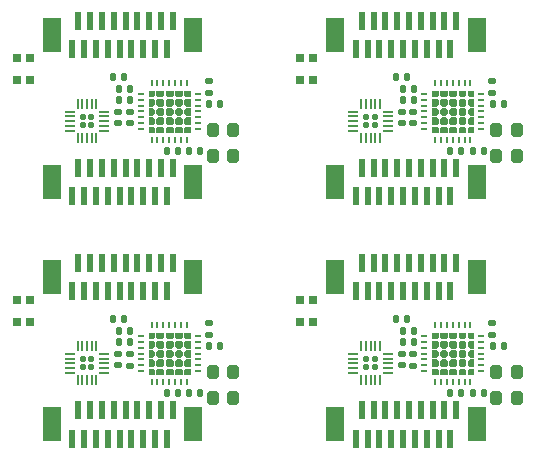
<source format=gbr>
%TF.GenerationSoftware,KiCad,Pcbnew,7.0.2-6a45011f42~172~ubuntu22.04.1*%
%TF.CreationDate,2023-05-19T13:44:39+01:00*%
%TF.ProjectId,panel,70616e65-6c2e-46b6-9963-61645f706362,rev?*%
%TF.SameCoordinates,Original*%
%TF.FileFunction,Paste,Top*%
%TF.FilePolarity,Positive*%
%FSLAX46Y46*%
G04 Gerber Fmt 4.6, Leading zero omitted, Abs format (unit mm)*
G04 Created by KiCad (PCBNEW 7.0.2-6a45011f42~172~ubuntu22.04.1) date 2023-05-19 13:44:39*
%MOMM*%
%LPD*%
G01*
G04 APERTURE LIST*
G04 Aperture macros list*
%AMRoundRect*
0 Rectangle with rounded corners*
0 $1 Rounding radius*
0 $2 $3 $4 $5 $6 $7 $8 $9 X,Y pos of 4 corners*
0 Add a 4 corners polygon primitive as box body*
4,1,4,$2,$3,$4,$5,$6,$7,$8,$9,$2,$3,0*
0 Add four circle primitives for the rounded corners*
1,1,$1+$1,$2,$3*
1,1,$1+$1,$4,$5*
1,1,$1+$1,$6,$7*
1,1,$1+$1,$8,$9*
0 Add four rect primitives between the rounded corners*
20,1,$1+$1,$2,$3,$4,$5,0*
20,1,$1+$1,$4,$5,$6,$7,0*
20,1,$1+$1,$6,$7,$8,$9,0*
20,1,$1+$1,$8,$9,$2,$3,0*%
G04 Aperture macros list end*
%ADD10C,0.100000*%
%ADD11RoundRect,0.140000X0.170000X-0.140000X0.170000X0.140000X-0.170000X0.140000X-0.170000X-0.140000X0*%
%ADD12RoundRect,0.140000X0.140000X0.170000X-0.140000X0.170000X-0.140000X-0.170000X0.140000X-0.170000X0*%
%ADD13RoundRect,0.140000X-0.140000X-0.170000X0.140000X-0.170000X0.140000X0.170000X-0.140000X0.170000X0*%
%ADD14RoundRect,0.140000X-0.170000X0.140000X-0.170000X-0.140000X0.170000X-0.140000X0.170000X0.140000X0*%
%ADD15R,0.500000X1.600000*%
%ADD16R,1.500000X2.900000*%
%ADD17R,0.250000X0.600000*%
%ADD18R,0.600000X0.250000*%
%ADD19RoundRect,0.237500X0.237500X0.362500X-0.237500X0.362500X-0.237500X-0.362500X0.237500X-0.362500X0*%
%ADD20RoundRect,0.237500X-0.237500X0.362500X-0.237500X-0.362500X0.237500X-0.362500X0.237500X0.362500X0*%
%ADD21R,0.700000X0.700000*%
%ADD22RoundRect,0.125000X0.125000X0.125000X-0.125000X0.125000X-0.125000X-0.125000X0.125000X-0.125000X0*%
%ADD23RoundRect,0.050000X0.375000X0.050000X-0.375000X0.050000X-0.375000X-0.050000X0.375000X-0.050000X0*%
%ADD24RoundRect,0.050000X0.050000X0.375000X-0.050000X0.375000X-0.050000X-0.375000X0.050000X-0.375000X0*%
G04 APERTURE END LIST*
%TO.C,U1*%
D10*
X23675071Y-39218901D02*
X23372522Y-39218901D01*
X23231101Y-39077480D01*
X23231101Y-38774931D01*
X23675071Y-38774931D01*
X23675071Y-39218901D01*
G36*
X23675071Y-39218901D02*
G01*
X23372522Y-39218901D01*
X23231101Y-39077480D01*
X23231101Y-38774931D01*
X23675071Y-38774931D01*
X23675071Y-39218901D01*
G37*
X20668901Y-39077480D02*
X20527480Y-39218901D01*
X20224931Y-39218901D01*
X20224931Y-38774931D01*
X20668901Y-38774931D01*
X20668901Y-39077480D01*
G36*
X20668901Y-39077480D02*
G01*
X20527480Y-39218901D01*
X20224931Y-39218901D01*
X20224931Y-38774931D01*
X20668901Y-38774931D01*
X20668901Y-39077480D01*
G37*
X23675071Y-42225071D02*
X23231101Y-42225071D01*
X23231101Y-41922522D01*
X23372522Y-41781101D01*
X23675071Y-41781101D01*
X23675071Y-42225071D01*
G36*
X23675071Y-42225071D02*
G01*
X23231101Y-42225071D01*
X23231101Y-41922522D01*
X23372522Y-41781101D01*
X23675071Y-41781101D01*
X23675071Y-42225071D01*
G37*
X20668901Y-41922522D02*
X20668901Y-42225071D01*
X20224931Y-42225071D01*
X20224931Y-41781101D01*
X20527480Y-41781101D01*
X20668901Y-41922522D01*
G36*
X20668901Y-41922522D02*
G01*
X20668901Y-42225071D01*
X20224931Y-42225071D01*
X20224931Y-41781101D01*
X20527480Y-41781101D01*
X20668901Y-41922522D01*
G37*
X23031101Y-39077480D02*
X22889680Y-39218901D01*
X22585122Y-39218901D01*
X22443701Y-39077480D01*
X22443701Y-38774931D01*
X23031101Y-38774931D01*
X23031101Y-39077480D01*
G36*
X23031101Y-39077480D02*
G01*
X22889680Y-39218901D01*
X22585122Y-39218901D01*
X22443701Y-39077480D01*
X22443701Y-38774931D01*
X23031101Y-38774931D01*
X23031101Y-39077480D01*
G37*
X22243701Y-39077480D02*
X22102280Y-39218901D01*
X21797722Y-39218901D01*
X21656301Y-39077480D01*
X21656301Y-38774931D01*
X22243701Y-38774931D01*
X22243701Y-39077480D01*
G36*
X22243701Y-39077480D02*
G01*
X22102280Y-39218901D01*
X21797722Y-39218901D01*
X21656301Y-39077480D01*
X21656301Y-38774931D01*
X22243701Y-38774931D01*
X22243701Y-39077480D01*
G37*
X21456301Y-39077480D02*
X21314880Y-39218901D01*
X21010322Y-39218901D01*
X20868901Y-39077480D01*
X20868901Y-38774931D01*
X21456301Y-38774931D01*
X21456301Y-39077480D01*
G36*
X21456301Y-39077480D02*
G01*
X21314880Y-39218901D01*
X21010322Y-39218901D01*
X20868901Y-39077480D01*
X20868901Y-38774931D01*
X21456301Y-38774931D01*
X21456301Y-39077480D01*
G37*
X23675071Y-40006301D02*
X23372522Y-40006301D01*
X23231101Y-39864880D01*
X23231101Y-39560322D01*
X23372522Y-39418901D01*
X23675071Y-39418901D01*
X23675071Y-40006301D01*
G36*
X23675071Y-40006301D02*
G01*
X23372522Y-40006301D01*
X23231101Y-39864880D01*
X23231101Y-39560322D01*
X23372522Y-39418901D01*
X23675071Y-39418901D01*
X23675071Y-40006301D01*
G37*
X20668901Y-39560322D02*
X20668901Y-39864880D01*
X20527480Y-40006301D01*
X20224931Y-40006301D01*
X20224931Y-39418901D01*
X20527480Y-39418901D01*
X20668901Y-39560322D01*
G36*
X20668901Y-39560322D02*
G01*
X20668901Y-39864880D01*
X20527480Y-40006301D01*
X20224931Y-40006301D01*
X20224931Y-39418901D01*
X20527480Y-39418901D01*
X20668901Y-39560322D01*
G37*
X23675071Y-40793701D02*
X23372522Y-40793701D01*
X23231101Y-40652280D01*
X23231101Y-40347722D01*
X23372522Y-40206301D01*
X23675071Y-40206301D01*
X23675071Y-40793701D01*
G36*
X23675071Y-40793701D02*
G01*
X23372522Y-40793701D01*
X23231101Y-40652280D01*
X23231101Y-40347722D01*
X23372522Y-40206301D01*
X23675071Y-40206301D01*
X23675071Y-40793701D01*
G37*
X20668901Y-40347722D02*
X20668901Y-40652280D01*
X20527480Y-40793701D01*
X20224931Y-40793701D01*
X20224931Y-40206301D01*
X20527480Y-40206301D01*
X20668901Y-40347722D01*
G36*
X20668901Y-40347722D02*
G01*
X20668901Y-40652280D01*
X20527480Y-40793701D01*
X20224931Y-40793701D01*
X20224931Y-40206301D01*
X20527480Y-40206301D01*
X20668901Y-40347722D01*
G37*
X23675071Y-41581101D02*
X23372522Y-41581101D01*
X23231101Y-41439680D01*
X23231101Y-41135122D01*
X23372522Y-40993701D01*
X23675071Y-40993701D01*
X23675071Y-41581101D01*
G36*
X23675071Y-41581101D02*
G01*
X23372522Y-41581101D01*
X23231101Y-41439680D01*
X23231101Y-41135122D01*
X23372522Y-40993701D01*
X23675071Y-40993701D01*
X23675071Y-41581101D01*
G37*
X20668901Y-41135122D02*
X20668901Y-41439680D01*
X20527480Y-41581101D01*
X20224931Y-41581101D01*
X20224931Y-40993701D01*
X20527480Y-40993701D01*
X20668901Y-41135122D01*
G36*
X20668901Y-41135122D02*
G01*
X20668901Y-41439680D01*
X20527480Y-41581101D01*
X20224931Y-41581101D01*
X20224931Y-40993701D01*
X20527480Y-40993701D01*
X20668901Y-41135122D01*
G37*
X23031101Y-41922522D02*
X23031101Y-42225071D01*
X22443701Y-42225071D01*
X22443701Y-41922522D01*
X22585122Y-41781101D01*
X22889680Y-41781101D01*
X23031101Y-41922522D01*
G36*
X23031101Y-41922522D02*
G01*
X23031101Y-42225071D01*
X22443701Y-42225071D01*
X22443701Y-41922522D01*
X22585122Y-41781101D01*
X22889680Y-41781101D01*
X23031101Y-41922522D01*
G37*
X22243701Y-41922522D02*
X22243701Y-42225071D01*
X21656301Y-42225071D01*
X21656301Y-41922522D01*
X21797722Y-41781101D01*
X22102280Y-41781101D01*
X22243701Y-41922522D01*
G36*
X22243701Y-41922522D02*
G01*
X22243701Y-42225071D01*
X21656301Y-42225071D01*
X21656301Y-41922522D01*
X21797722Y-41781101D01*
X22102280Y-41781101D01*
X22243701Y-41922522D01*
G37*
X21456301Y-41922522D02*
X21456301Y-42225071D01*
X20868901Y-42225071D01*
X20868901Y-41922522D01*
X21010322Y-41781101D01*
X21314880Y-41781101D01*
X21456301Y-41922522D01*
G36*
X21456301Y-41922522D02*
G01*
X21456301Y-42225071D01*
X20868901Y-42225071D01*
X20868901Y-41922522D01*
X21010322Y-41781101D01*
X21314880Y-41781101D01*
X21456301Y-41922522D01*
G37*
X23031101Y-39560322D02*
X23031101Y-39864880D01*
X22889680Y-40006301D01*
X22585122Y-40006301D01*
X22443701Y-39864880D01*
X22443701Y-39560322D01*
X22585122Y-39418901D01*
X22889680Y-39418901D01*
X23031101Y-39560322D01*
G36*
X23031101Y-39560322D02*
G01*
X23031101Y-39864880D01*
X22889680Y-40006301D01*
X22585122Y-40006301D01*
X22443701Y-39864880D01*
X22443701Y-39560322D01*
X22585122Y-39418901D01*
X22889680Y-39418901D01*
X23031101Y-39560322D01*
G37*
X22243701Y-39560322D02*
X22243701Y-39864880D01*
X22102280Y-40006301D01*
X21797722Y-40006301D01*
X21656301Y-39864880D01*
X21656301Y-39560322D01*
X21797722Y-39418901D01*
X22102280Y-39418901D01*
X22243701Y-39560322D01*
G36*
X22243701Y-39560322D02*
G01*
X22243701Y-39864880D01*
X22102280Y-40006301D01*
X21797722Y-40006301D01*
X21656301Y-39864880D01*
X21656301Y-39560322D01*
X21797722Y-39418901D01*
X22102280Y-39418901D01*
X22243701Y-39560322D01*
G37*
X21456301Y-39560322D02*
X21456301Y-39864880D01*
X21314880Y-40006301D01*
X21010322Y-40006301D01*
X20868901Y-39864880D01*
X20868901Y-39560322D01*
X21010322Y-39418901D01*
X21314880Y-39418901D01*
X21456301Y-39560322D01*
G36*
X21456301Y-39560322D02*
G01*
X21456301Y-39864880D01*
X21314880Y-40006301D01*
X21010322Y-40006301D01*
X20868901Y-39864880D01*
X20868901Y-39560322D01*
X21010322Y-39418901D01*
X21314880Y-39418901D01*
X21456301Y-39560322D01*
G37*
X23031101Y-40347722D02*
X23031101Y-40652280D01*
X22889680Y-40793701D01*
X22585122Y-40793701D01*
X22443701Y-40652280D01*
X22443701Y-40347722D01*
X22585122Y-40206301D01*
X22889680Y-40206301D01*
X23031101Y-40347722D01*
G36*
X23031101Y-40347722D02*
G01*
X23031101Y-40652280D01*
X22889680Y-40793701D01*
X22585122Y-40793701D01*
X22443701Y-40652280D01*
X22443701Y-40347722D01*
X22585122Y-40206301D01*
X22889680Y-40206301D01*
X23031101Y-40347722D01*
G37*
X22243701Y-40347722D02*
X22243701Y-40652280D01*
X22102280Y-40793701D01*
X21797722Y-40793701D01*
X21656301Y-40652280D01*
X21656301Y-40347722D01*
X21797722Y-40206301D01*
X22102280Y-40206301D01*
X22243701Y-40347722D01*
G36*
X22243701Y-40347722D02*
G01*
X22243701Y-40652280D01*
X22102280Y-40793701D01*
X21797722Y-40793701D01*
X21656301Y-40652280D01*
X21656301Y-40347722D01*
X21797722Y-40206301D01*
X22102280Y-40206301D01*
X22243701Y-40347722D01*
G37*
X21456301Y-40347722D02*
X21456301Y-40652280D01*
X21314880Y-40793701D01*
X21010322Y-40793701D01*
X20868901Y-40652280D01*
X20868901Y-40347722D01*
X21010322Y-40206301D01*
X21314880Y-40206301D01*
X21456301Y-40347722D01*
G36*
X21456301Y-40347722D02*
G01*
X21456301Y-40652280D01*
X21314880Y-40793701D01*
X21010322Y-40793701D01*
X20868901Y-40652280D01*
X20868901Y-40347722D01*
X21010322Y-40206301D01*
X21314880Y-40206301D01*
X21456301Y-40347722D01*
G37*
X23031101Y-41135122D02*
X23031101Y-41439680D01*
X22889680Y-41581101D01*
X22585122Y-41581101D01*
X22443701Y-41439680D01*
X22443701Y-41135122D01*
X22585122Y-40993701D01*
X22889680Y-40993701D01*
X23031101Y-41135122D01*
G36*
X23031101Y-41135122D02*
G01*
X23031101Y-41439680D01*
X22889680Y-41581101D01*
X22585122Y-41581101D01*
X22443701Y-41439680D01*
X22443701Y-41135122D01*
X22585122Y-40993701D01*
X22889680Y-40993701D01*
X23031101Y-41135122D01*
G37*
X22243701Y-41135122D02*
X22243701Y-41439680D01*
X22102280Y-41581101D01*
X21797722Y-41581101D01*
X21656301Y-41439680D01*
X21656301Y-41135122D01*
X21797722Y-40993701D01*
X22102280Y-40993701D01*
X22243701Y-41135122D01*
G36*
X22243701Y-41135122D02*
G01*
X22243701Y-41439680D01*
X22102280Y-41581101D01*
X21797722Y-41581101D01*
X21656301Y-41439680D01*
X21656301Y-41135122D01*
X21797722Y-40993701D01*
X22102280Y-40993701D01*
X22243701Y-41135122D01*
G37*
X21456301Y-41135122D02*
X21456301Y-41439680D01*
X21314880Y-41581101D01*
X21010322Y-41581101D01*
X20868901Y-41439680D01*
X20868901Y-41135122D01*
X21010322Y-40993701D01*
X21314880Y-40993701D01*
X21456301Y-41135122D01*
G36*
X21456301Y-41135122D02*
G01*
X21456301Y-41439680D01*
X21314880Y-41581101D01*
X21010322Y-41581101D01*
X20868901Y-41439680D01*
X20868901Y-41135122D01*
X21010322Y-40993701D01*
X21314880Y-40993701D01*
X21456301Y-41135122D01*
G37*
X47675072Y-39218901D02*
X47372523Y-39218901D01*
X47231102Y-39077480D01*
X47231102Y-38774931D01*
X47675072Y-38774931D01*
X47675072Y-39218901D01*
G36*
X47675072Y-39218901D02*
G01*
X47372523Y-39218901D01*
X47231102Y-39077480D01*
X47231102Y-38774931D01*
X47675072Y-38774931D01*
X47675072Y-39218901D01*
G37*
X44668902Y-39077480D02*
X44527481Y-39218901D01*
X44224932Y-39218901D01*
X44224932Y-38774931D01*
X44668902Y-38774931D01*
X44668902Y-39077480D01*
G36*
X44668902Y-39077480D02*
G01*
X44527481Y-39218901D01*
X44224932Y-39218901D01*
X44224932Y-38774931D01*
X44668902Y-38774931D01*
X44668902Y-39077480D01*
G37*
X47675072Y-42225071D02*
X47231102Y-42225071D01*
X47231102Y-41922522D01*
X47372523Y-41781101D01*
X47675072Y-41781101D01*
X47675072Y-42225071D01*
G36*
X47675072Y-42225071D02*
G01*
X47231102Y-42225071D01*
X47231102Y-41922522D01*
X47372523Y-41781101D01*
X47675072Y-41781101D01*
X47675072Y-42225071D01*
G37*
X44668902Y-41922522D02*
X44668902Y-42225071D01*
X44224932Y-42225071D01*
X44224932Y-41781101D01*
X44527481Y-41781101D01*
X44668902Y-41922522D01*
G36*
X44668902Y-41922522D02*
G01*
X44668902Y-42225071D01*
X44224932Y-42225071D01*
X44224932Y-41781101D01*
X44527481Y-41781101D01*
X44668902Y-41922522D01*
G37*
X47031102Y-39077480D02*
X46889681Y-39218901D01*
X46585123Y-39218901D01*
X46443702Y-39077480D01*
X46443702Y-38774931D01*
X47031102Y-38774931D01*
X47031102Y-39077480D01*
G36*
X47031102Y-39077480D02*
G01*
X46889681Y-39218901D01*
X46585123Y-39218901D01*
X46443702Y-39077480D01*
X46443702Y-38774931D01*
X47031102Y-38774931D01*
X47031102Y-39077480D01*
G37*
X46243702Y-39077480D02*
X46102281Y-39218901D01*
X45797723Y-39218901D01*
X45656302Y-39077480D01*
X45656302Y-38774931D01*
X46243702Y-38774931D01*
X46243702Y-39077480D01*
G36*
X46243702Y-39077480D02*
G01*
X46102281Y-39218901D01*
X45797723Y-39218901D01*
X45656302Y-39077480D01*
X45656302Y-38774931D01*
X46243702Y-38774931D01*
X46243702Y-39077480D01*
G37*
X45456302Y-39077480D02*
X45314881Y-39218901D01*
X45010323Y-39218901D01*
X44868902Y-39077480D01*
X44868902Y-38774931D01*
X45456302Y-38774931D01*
X45456302Y-39077480D01*
G36*
X45456302Y-39077480D02*
G01*
X45314881Y-39218901D01*
X45010323Y-39218901D01*
X44868902Y-39077480D01*
X44868902Y-38774931D01*
X45456302Y-38774931D01*
X45456302Y-39077480D01*
G37*
X47675072Y-40006301D02*
X47372523Y-40006301D01*
X47231102Y-39864880D01*
X47231102Y-39560322D01*
X47372523Y-39418901D01*
X47675072Y-39418901D01*
X47675072Y-40006301D01*
G36*
X47675072Y-40006301D02*
G01*
X47372523Y-40006301D01*
X47231102Y-39864880D01*
X47231102Y-39560322D01*
X47372523Y-39418901D01*
X47675072Y-39418901D01*
X47675072Y-40006301D01*
G37*
X44668902Y-39560322D02*
X44668902Y-39864880D01*
X44527481Y-40006301D01*
X44224932Y-40006301D01*
X44224932Y-39418901D01*
X44527481Y-39418901D01*
X44668902Y-39560322D01*
G36*
X44668902Y-39560322D02*
G01*
X44668902Y-39864880D01*
X44527481Y-40006301D01*
X44224932Y-40006301D01*
X44224932Y-39418901D01*
X44527481Y-39418901D01*
X44668902Y-39560322D01*
G37*
X47675072Y-40793701D02*
X47372523Y-40793701D01*
X47231102Y-40652280D01*
X47231102Y-40347722D01*
X47372523Y-40206301D01*
X47675072Y-40206301D01*
X47675072Y-40793701D01*
G36*
X47675072Y-40793701D02*
G01*
X47372523Y-40793701D01*
X47231102Y-40652280D01*
X47231102Y-40347722D01*
X47372523Y-40206301D01*
X47675072Y-40206301D01*
X47675072Y-40793701D01*
G37*
X44668902Y-40347722D02*
X44668902Y-40652280D01*
X44527481Y-40793701D01*
X44224932Y-40793701D01*
X44224932Y-40206301D01*
X44527481Y-40206301D01*
X44668902Y-40347722D01*
G36*
X44668902Y-40347722D02*
G01*
X44668902Y-40652280D01*
X44527481Y-40793701D01*
X44224932Y-40793701D01*
X44224932Y-40206301D01*
X44527481Y-40206301D01*
X44668902Y-40347722D01*
G37*
X47675072Y-41581101D02*
X47372523Y-41581101D01*
X47231102Y-41439680D01*
X47231102Y-41135122D01*
X47372523Y-40993701D01*
X47675072Y-40993701D01*
X47675072Y-41581101D01*
G36*
X47675072Y-41581101D02*
G01*
X47372523Y-41581101D01*
X47231102Y-41439680D01*
X47231102Y-41135122D01*
X47372523Y-40993701D01*
X47675072Y-40993701D01*
X47675072Y-41581101D01*
G37*
X44668902Y-41135122D02*
X44668902Y-41439680D01*
X44527481Y-41581101D01*
X44224932Y-41581101D01*
X44224932Y-40993701D01*
X44527481Y-40993701D01*
X44668902Y-41135122D01*
G36*
X44668902Y-41135122D02*
G01*
X44668902Y-41439680D01*
X44527481Y-41581101D01*
X44224932Y-41581101D01*
X44224932Y-40993701D01*
X44527481Y-40993701D01*
X44668902Y-41135122D01*
G37*
X47031102Y-41922522D02*
X47031102Y-42225071D01*
X46443702Y-42225071D01*
X46443702Y-41922522D01*
X46585123Y-41781101D01*
X46889681Y-41781101D01*
X47031102Y-41922522D01*
G36*
X47031102Y-41922522D02*
G01*
X47031102Y-42225071D01*
X46443702Y-42225071D01*
X46443702Y-41922522D01*
X46585123Y-41781101D01*
X46889681Y-41781101D01*
X47031102Y-41922522D01*
G37*
X46243702Y-41922522D02*
X46243702Y-42225071D01*
X45656302Y-42225071D01*
X45656302Y-41922522D01*
X45797723Y-41781101D01*
X46102281Y-41781101D01*
X46243702Y-41922522D01*
G36*
X46243702Y-41922522D02*
G01*
X46243702Y-42225071D01*
X45656302Y-42225071D01*
X45656302Y-41922522D01*
X45797723Y-41781101D01*
X46102281Y-41781101D01*
X46243702Y-41922522D01*
G37*
X45456302Y-41922522D02*
X45456302Y-42225071D01*
X44868902Y-42225071D01*
X44868902Y-41922522D01*
X45010323Y-41781101D01*
X45314881Y-41781101D01*
X45456302Y-41922522D01*
G36*
X45456302Y-41922522D02*
G01*
X45456302Y-42225071D01*
X44868902Y-42225071D01*
X44868902Y-41922522D01*
X45010323Y-41781101D01*
X45314881Y-41781101D01*
X45456302Y-41922522D01*
G37*
X47031102Y-39560322D02*
X47031102Y-39864880D01*
X46889681Y-40006301D01*
X46585123Y-40006301D01*
X46443702Y-39864880D01*
X46443702Y-39560322D01*
X46585123Y-39418901D01*
X46889681Y-39418901D01*
X47031102Y-39560322D01*
G36*
X47031102Y-39560322D02*
G01*
X47031102Y-39864880D01*
X46889681Y-40006301D01*
X46585123Y-40006301D01*
X46443702Y-39864880D01*
X46443702Y-39560322D01*
X46585123Y-39418901D01*
X46889681Y-39418901D01*
X47031102Y-39560322D01*
G37*
X46243702Y-39560322D02*
X46243702Y-39864880D01*
X46102281Y-40006301D01*
X45797723Y-40006301D01*
X45656302Y-39864880D01*
X45656302Y-39560322D01*
X45797723Y-39418901D01*
X46102281Y-39418901D01*
X46243702Y-39560322D01*
G36*
X46243702Y-39560322D02*
G01*
X46243702Y-39864880D01*
X46102281Y-40006301D01*
X45797723Y-40006301D01*
X45656302Y-39864880D01*
X45656302Y-39560322D01*
X45797723Y-39418901D01*
X46102281Y-39418901D01*
X46243702Y-39560322D01*
G37*
X45456302Y-39560322D02*
X45456302Y-39864880D01*
X45314881Y-40006301D01*
X45010323Y-40006301D01*
X44868902Y-39864880D01*
X44868902Y-39560322D01*
X45010323Y-39418901D01*
X45314881Y-39418901D01*
X45456302Y-39560322D01*
G36*
X45456302Y-39560322D02*
G01*
X45456302Y-39864880D01*
X45314881Y-40006301D01*
X45010323Y-40006301D01*
X44868902Y-39864880D01*
X44868902Y-39560322D01*
X45010323Y-39418901D01*
X45314881Y-39418901D01*
X45456302Y-39560322D01*
G37*
X47031102Y-40347722D02*
X47031102Y-40652280D01*
X46889681Y-40793701D01*
X46585123Y-40793701D01*
X46443702Y-40652280D01*
X46443702Y-40347722D01*
X46585123Y-40206301D01*
X46889681Y-40206301D01*
X47031102Y-40347722D01*
G36*
X47031102Y-40347722D02*
G01*
X47031102Y-40652280D01*
X46889681Y-40793701D01*
X46585123Y-40793701D01*
X46443702Y-40652280D01*
X46443702Y-40347722D01*
X46585123Y-40206301D01*
X46889681Y-40206301D01*
X47031102Y-40347722D01*
G37*
X46243702Y-40347722D02*
X46243702Y-40652280D01*
X46102281Y-40793701D01*
X45797723Y-40793701D01*
X45656302Y-40652280D01*
X45656302Y-40347722D01*
X45797723Y-40206301D01*
X46102281Y-40206301D01*
X46243702Y-40347722D01*
G36*
X46243702Y-40347722D02*
G01*
X46243702Y-40652280D01*
X46102281Y-40793701D01*
X45797723Y-40793701D01*
X45656302Y-40652280D01*
X45656302Y-40347722D01*
X45797723Y-40206301D01*
X46102281Y-40206301D01*
X46243702Y-40347722D01*
G37*
X45456302Y-40347722D02*
X45456302Y-40652280D01*
X45314881Y-40793701D01*
X45010323Y-40793701D01*
X44868902Y-40652280D01*
X44868902Y-40347722D01*
X45010323Y-40206301D01*
X45314881Y-40206301D01*
X45456302Y-40347722D01*
G36*
X45456302Y-40347722D02*
G01*
X45456302Y-40652280D01*
X45314881Y-40793701D01*
X45010323Y-40793701D01*
X44868902Y-40652280D01*
X44868902Y-40347722D01*
X45010323Y-40206301D01*
X45314881Y-40206301D01*
X45456302Y-40347722D01*
G37*
X47031102Y-41135122D02*
X47031102Y-41439680D01*
X46889681Y-41581101D01*
X46585123Y-41581101D01*
X46443702Y-41439680D01*
X46443702Y-41135122D01*
X46585123Y-40993701D01*
X46889681Y-40993701D01*
X47031102Y-41135122D01*
G36*
X47031102Y-41135122D02*
G01*
X47031102Y-41439680D01*
X46889681Y-41581101D01*
X46585123Y-41581101D01*
X46443702Y-41439680D01*
X46443702Y-41135122D01*
X46585123Y-40993701D01*
X46889681Y-40993701D01*
X47031102Y-41135122D01*
G37*
X46243702Y-41135122D02*
X46243702Y-41439680D01*
X46102281Y-41581101D01*
X45797723Y-41581101D01*
X45656302Y-41439680D01*
X45656302Y-41135122D01*
X45797723Y-40993701D01*
X46102281Y-40993701D01*
X46243702Y-41135122D01*
G36*
X46243702Y-41135122D02*
G01*
X46243702Y-41439680D01*
X46102281Y-41581101D01*
X45797723Y-41581101D01*
X45656302Y-41439680D01*
X45656302Y-41135122D01*
X45797723Y-40993701D01*
X46102281Y-40993701D01*
X46243702Y-41135122D01*
G37*
X45456302Y-41135122D02*
X45456302Y-41439680D01*
X45314881Y-41581101D01*
X45010323Y-41581101D01*
X44868902Y-41439680D01*
X44868902Y-41135122D01*
X45010323Y-40993701D01*
X45314881Y-40993701D01*
X45456302Y-41135122D01*
G36*
X45456302Y-41135122D02*
G01*
X45456302Y-41439680D01*
X45314881Y-41581101D01*
X45010323Y-41581101D01*
X44868902Y-41439680D01*
X44868902Y-41135122D01*
X45010323Y-40993701D01*
X45314881Y-40993701D01*
X45456302Y-41135122D01*
G37*
X47675072Y-18718900D02*
X47372523Y-18718900D01*
X47231102Y-18577479D01*
X47231102Y-18274930D01*
X47675072Y-18274930D01*
X47675072Y-18718900D01*
G36*
X47675072Y-18718900D02*
G01*
X47372523Y-18718900D01*
X47231102Y-18577479D01*
X47231102Y-18274930D01*
X47675072Y-18274930D01*
X47675072Y-18718900D01*
G37*
X44668902Y-18577479D02*
X44527481Y-18718900D01*
X44224932Y-18718900D01*
X44224932Y-18274930D01*
X44668902Y-18274930D01*
X44668902Y-18577479D01*
G36*
X44668902Y-18577479D02*
G01*
X44527481Y-18718900D01*
X44224932Y-18718900D01*
X44224932Y-18274930D01*
X44668902Y-18274930D01*
X44668902Y-18577479D01*
G37*
X47675072Y-21725070D02*
X47231102Y-21725070D01*
X47231102Y-21422521D01*
X47372523Y-21281100D01*
X47675072Y-21281100D01*
X47675072Y-21725070D01*
G36*
X47675072Y-21725070D02*
G01*
X47231102Y-21725070D01*
X47231102Y-21422521D01*
X47372523Y-21281100D01*
X47675072Y-21281100D01*
X47675072Y-21725070D01*
G37*
X44668902Y-21422521D02*
X44668902Y-21725070D01*
X44224932Y-21725070D01*
X44224932Y-21281100D01*
X44527481Y-21281100D01*
X44668902Y-21422521D01*
G36*
X44668902Y-21422521D02*
G01*
X44668902Y-21725070D01*
X44224932Y-21725070D01*
X44224932Y-21281100D01*
X44527481Y-21281100D01*
X44668902Y-21422521D01*
G37*
X47031102Y-18577479D02*
X46889681Y-18718900D01*
X46585123Y-18718900D01*
X46443702Y-18577479D01*
X46443702Y-18274930D01*
X47031102Y-18274930D01*
X47031102Y-18577479D01*
G36*
X47031102Y-18577479D02*
G01*
X46889681Y-18718900D01*
X46585123Y-18718900D01*
X46443702Y-18577479D01*
X46443702Y-18274930D01*
X47031102Y-18274930D01*
X47031102Y-18577479D01*
G37*
X46243702Y-18577479D02*
X46102281Y-18718900D01*
X45797723Y-18718900D01*
X45656302Y-18577479D01*
X45656302Y-18274930D01*
X46243702Y-18274930D01*
X46243702Y-18577479D01*
G36*
X46243702Y-18577479D02*
G01*
X46102281Y-18718900D01*
X45797723Y-18718900D01*
X45656302Y-18577479D01*
X45656302Y-18274930D01*
X46243702Y-18274930D01*
X46243702Y-18577479D01*
G37*
X45456302Y-18577479D02*
X45314881Y-18718900D01*
X45010323Y-18718900D01*
X44868902Y-18577479D01*
X44868902Y-18274930D01*
X45456302Y-18274930D01*
X45456302Y-18577479D01*
G36*
X45456302Y-18577479D02*
G01*
X45314881Y-18718900D01*
X45010323Y-18718900D01*
X44868902Y-18577479D01*
X44868902Y-18274930D01*
X45456302Y-18274930D01*
X45456302Y-18577479D01*
G37*
X47675072Y-19506300D02*
X47372523Y-19506300D01*
X47231102Y-19364879D01*
X47231102Y-19060321D01*
X47372523Y-18918900D01*
X47675072Y-18918900D01*
X47675072Y-19506300D01*
G36*
X47675072Y-19506300D02*
G01*
X47372523Y-19506300D01*
X47231102Y-19364879D01*
X47231102Y-19060321D01*
X47372523Y-18918900D01*
X47675072Y-18918900D01*
X47675072Y-19506300D01*
G37*
X44668902Y-19060321D02*
X44668902Y-19364879D01*
X44527481Y-19506300D01*
X44224932Y-19506300D01*
X44224932Y-18918900D01*
X44527481Y-18918900D01*
X44668902Y-19060321D01*
G36*
X44668902Y-19060321D02*
G01*
X44668902Y-19364879D01*
X44527481Y-19506300D01*
X44224932Y-19506300D01*
X44224932Y-18918900D01*
X44527481Y-18918900D01*
X44668902Y-19060321D01*
G37*
X47675072Y-20293700D02*
X47372523Y-20293700D01*
X47231102Y-20152279D01*
X47231102Y-19847721D01*
X47372523Y-19706300D01*
X47675072Y-19706300D01*
X47675072Y-20293700D01*
G36*
X47675072Y-20293700D02*
G01*
X47372523Y-20293700D01*
X47231102Y-20152279D01*
X47231102Y-19847721D01*
X47372523Y-19706300D01*
X47675072Y-19706300D01*
X47675072Y-20293700D01*
G37*
X44668902Y-19847721D02*
X44668902Y-20152279D01*
X44527481Y-20293700D01*
X44224932Y-20293700D01*
X44224932Y-19706300D01*
X44527481Y-19706300D01*
X44668902Y-19847721D01*
G36*
X44668902Y-19847721D02*
G01*
X44668902Y-20152279D01*
X44527481Y-20293700D01*
X44224932Y-20293700D01*
X44224932Y-19706300D01*
X44527481Y-19706300D01*
X44668902Y-19847721D01*
G37*
X47675072Y-21081100D02*
X47372523Y-21081100D01*
X47231102Y-20939679D01*
X47231102Y-20635121D01*
X47372523Y-20493700D01*
X47675072Y-20493700D01*
X47675072Y-21081100D01*
G36*
X47675072Y-21081100D02*
G01*
X47372523Y-21081100D01*
X47231102Y-20939679D01*
X47231102Y-20635121D01*
X47372523Y-20493700D01*
X47675072Y-20493700D01*
X47675072Y-21081100D01*
G37*
X44668902Y-20635121D02*
X44668902Y-20939679D01*
X44527481Y-21081100D01*
X44224932Y-21081100D01*
X44224932Y-20493700D01*
X44527481Y-20493700D01*
X44668902Y-20635121D01*
G36*
X44668902Y-20635121D02*
G01*
X44668902Y-20939679D01*
X44527481Y-21081100D01*
X44224932Y-21081100D01*
X44224932Y-20493700D01*
X44527481Y-20493700D01*
X44668902Y-20635121D01*
G37*
X47031102Y-21422521D02*
X47031102Y-21725070D01*
X46443702Y-21725070D01*
X46443702Y-21422521D01*
X46585123Y-21281100D01*
X46889681Y-21281100D01*
X47031102Y-21422521D01*
G36*
X47031102Y-21422521D02*
G01*
X47031102Y-21725070D01*
X46443702Y-21725070D01*
X46443702Y-21422521D01*
X46585123Y-21281100D01*
X46889681Y-21281100D01*
X47031102Y-21422521D01*
G37*
X46243702Y-21422521D02*
X46243702Y-21725070D01*
X45656302Y-21725070D01*
X45656302Y-21422521D01*
X45797723Y-21281100D01*
X46102281Y-21281100D01*
X46243702Y-21422521D01*
G36*
X46243702Y-21422521D02*
G01*
X46243702Y-21725070D01*
X45656302Y-21725070D01*
X45656302Y-21422521D01*
X45797723Y-21281100D01*
X46102281Y-21281100D01*
X46243702Y-21422521D01*
G37*
X45456302Y-21422521D02*
X45456302Y-21725070D01*
X44868902Y-21725070D01*
X44868902Y-21422521D01*
X45010323Y-21281100D01*
X45314881Y-21281100D01*
X45456302Y-21422521D01*
G36*
X45456302Y-21422521D02*
G01*
X45456302Y-21725070D01*
X44868902Y-21725070D01*
X44868902Y-21422521D01*
X45010323Y-21281100D01*
X45314881Y-21281100D01*
X45456302Y-21422521D01*
G37*
X47031102Y-19060321D02*
X47031102Y-19364879D01*
X46889681Y-19506300D01*
X46585123Y-19506300D01*
X46443702Y-19364879D01*
X46443702Y-19060321D01*
X46585123Y-18918900D01*
X46889681Y-18918900D01*
X47031102Y-19060321D01*
G36*
X47031102Y-19060321D02*
G01*
X47031102Y-19364879D01*
X46889681Y-19506300D01*
X46585123Y-19506300D01*
X46443702Y-19364879D01*
X46443702Y-19060321D01*
X46585123Y-18918900D01*
X46889681Y-18918900D01*
X47031102Y-19060321D01*
G37*
X46243702Y-19060321D02*
X46243702Y-19364879D01*
X46102281Y-19506300D01*
X45797723Y-19506300D01*
X45656302Y-19364879D01*
X45656302Y-19060321D01*
X45797723Y-18918900D01*
X46102281Y-18918900D01*
X46243702Y-19060321D01*
G36*
X46243702Y-19060321D02*
G01*
X46243702Y-19364879D01*
X46102281Y-19506300D01*
X45797723Y-19506300D01*
X45656302Y-19364879D01*
X45656302Y-19060321D01*
X45797723Y-18918900D01*
X46102281Y-18918900D01*
X46243702Y-19060321D01*
G37*
X45456302Y-19060321D02*
X45456302Y-19364879D01*
X45314881Y-19506300D01*
X45010323Y-19506300D01*
X44868902Y-19364879D01*
X44868902Y-19060321D01*
X45010323Y-18918900D01*
X45314881Y-18918900D01*
X45456302Y-19060321D01*
G36*
X45456302Y-19060321D02*
G01*
X45456302Y-19364879D01*
X45314881Y-19506300D01*
X45010323Y-19506300D01*
X44868902Y-19364879D01*
X44868902Y-19060321D01*
X45010323Y-18918900D01*
X45314881Y-18918900D01*
X45456302Y-19060321D01*
G37*
X47031102Y-19847721D02*
X47031102Y-20152279D01*
X46889681Y-20293700D01*
X46585123Y-20293700D01*
X46443702Y-20152279D01*
X46443702Y-19847721D01*
X46585123Y-19706300D01*
X46889681Y-19706300D01*
X47031102Y-19847721D01*
G36*
X47031102Y-19847721D02*
G01*
X47031102Y-20152279D01*
X46889681Y-20293700D01*
X46585123Y-20293700D01*
X46443702Y-20152279D01*
X46443702Y-19847721D01*
X46585123Y-19706300D01*
X46889681Y-19706300D01*
X47031102Y-19847721D01*
G37*
X46243702Y-19847721D02*
X46243702Y-20152279D01*
X46102281Y-20293700D01*
X45797723Y-20293700D01*
X45656302Y-20152279D01*
X45656302Y-19847721D01*
X45797723Y-19706300D01*
X46102281Y-19706300D01*
X46243702Y-19847721D01*
G36*
X46243702Y-19847721D02*
G01*
X46243702Y-20152279D01*
X46102281Y-20293700D01*
X45797723Y-20293700D01*
X45656302Y-20152279D01*
X45656302Y-19847721D01*
X45797723Y-19706300D01*
X46102281Y-19706300D01*
X46243702Y-19847721D01*
G37*
X45456302Y-19847721D02*
X45456302Y-20152279D01*
X45314881Y-20293700D01*
X45010323Y-20293700D01*
X44868902Y-20152279D01*
X44868902Y-19847721D01*
X45010323Y-19706300D01*
X45314881Y-19706300D01*
X45456302Y-19847721D01*
G36*
X45456302Y-19847721D02*
G01*
X45456302Y-20152279D01*
X45314881Y-20293700D01*
X45010323Y-20293700D01*
X44868902Y-20152279D01*
X44868902Y-19847721D01*
X45010323Y-19706300D01*
X45314881Y-19706300D01*
X45456302Y-19847721D01*
G37*
X47031102Y-20635121D02*
X47031102Y-20939679D01*
X46889681Y-21081100D01*
X46585123Y-21081100D01*
X46443702Y-20939679D01*
X46443702Y-20635121D01*
X46585123Y-20493700D01*
X46889681Y-20493700D01*
X47031102Y-20635121D01*
G36*
X47031102Y-20635121D02*
G01*
X47031102Y-20939679D01*
X46889681Y-21081100D01*
X46585123Y-21081100D01*
X46443702Y-20939679D01*
X46443702Y-20635121D01*
X46585123Y-20493700D01*
X46889681Y-20493700D01*
X47031102Y-20635121D01*
G37*
X46243702Y-20635121D02*
X46243702Y-20939679D01*
X46102281Y-21081100D01*
X45797723Y-21081100D01*
X45656302Y-20939679D01*
X45656302Y-20635121D01*
X45797723Y-20493700D01*
X46102281Y-20493700D01*
X46243702Y-20635121D01*
G36*
X46243702Y-20635121D02*
G01*
X46243702Y-20939679D01*
X46102281Y-21081100D01*
X45797723Y-21081100D01*
X45656302Y-20939679D01*
X45656302Y-20635121D01*
X45797723Y-20493700D01*
X46102281Y-20493700D01*
X46243702Y-20635121D01*
G37*
X45456302Y-20635121D02*
X45456302Y-20939679D01*
X45314881Y-21081100D01*
X45010323Y-21081100D01*
X44868902Y-20939679D01*
X44868902Y-20635121D01*
X45010323Y-20493700D01*
X45314881Y-20493700D01*
X45456302Y-20635121D01*
G36*
X45456302Y-20635121D02*
G01*
X45456302Y-20939679D01*
X45314881Y-21081100D01*
X45010323Y-21081100D01*
X44868902Y-20939679D01*
X44868902Y-20635121D01*
X45010323Y-20493700D01*
X45314881Y-20493700D01*
X45456302Y-20635121D01*
G37*
X23675071Y-18718900D02*
X23372522Y-18718900D01*
X23231101Y-18577479D01*
X23231101Y-18274930D01*
X23675071Y-18274930D01*
X23675071Y-18718900D01*
G36*
X23675071Y-18718900D02*
G01*
X23372522Y-18718900D01*
X23231101Y-18577479D01*
X23231101Y-18274930D01*
X23675071Y-18274930D01*
X23675071Y-18718900D01*
G37*
X20668901Y-18577479D02*
X20527480Y-18718900D01*
X20224931Y-18718900D01*
X20224931Y-18274930D01*
X20668901Y-18274930D01*
X20668901Y-18577479D01*
G36*
X20668901Y-18577479D02*
G01*
X20527480Y-18718900D01*
X20224931Y-18718900D01*
X20224931Y-18274930D01*
X20668901Y-18274930D01*
X20668901Y-18577479D01*
G37*
X23675071Y-21725070D02*
X23231101Y-21725070D01*
X23231101Y-21422521D01*
X23372522Y-21281100D01*
X23675071Y-21281100D01*
X23675071Y-21725070D01*
G36*
X23675071Y-21725070D02*
G01*
X23231101Y-21725070D01*
X23231101Y-21422521D01*
X23372522Y-21281100D01*
X23675071Y-21281100D01*
X23675071Y-21725070D01*
G37*
X20668901Y-21422521D02*
X20668901Y-21725070D01*
X20224931Y-21725070D01*
X20224931Y-21281100D01*
X20527480Y-21281100D01*
X20668901Y-21422521D01*
G36*
X20668901Y-21422521D02*
G01*
X20668901Y-21725070D01*
X20224931Y-21725070D01*
X20224931Y-21281100D01*
X20527480Y-21281100D01*
X20668901Y-21422521D01*
G37*
X23031101Y-18577479D02*
X22889680Y-18718900D01*
X22585122Y-18718900D01*
X22443701Y-18577479D01*
X22443701Y-18274930D01*
X23031101Y-18274930D01*
X23031101Y-18577479D01*
G36*
X23031101Y-18577479D02*
G01*
X22889680Y-18718900D01*
X22585122Y-18718900D01*
X22443701Y-18577479D01*
X22443701Y-18274930D01*
X23031101Y-18274930D01*
X23031101Y-18577479D01*
G37*
X22243701Y-18577479D02*
X22102280Y-18718900D01*
X21797722Y-18718900D01*
X21656301Y-18577479D01*
X21656301Y-18274930D01*
X22243701Y-18274930D01*
X22243701Y-18577479D01*
G36*
X22243701Y-18577479D02*
G01*
X22102280Y-18718900D01*
X21797722Y-18718900D01*
X21656301Y-18577479D01*
X21656301Y-18274930D01*
X22243701Y-18274930D01*
X22243701Y-18577479D01*
G37*
X21456301Y-18577479D02*
X21314880Y-18718900D01*
X21010322Y-18718900D01*
X20868901Y-18577479D01*
X20868901Y-18274930D01*
X21456301Y-18274930D01*
X21456301Y-18577479D01*
G36*
X21456301Y-18577479D02*
G01*
X21314880Y-18718900D01*
X21010322Y-18718900D01*
X20868901Y-18577479D01*
X20868901Y-18274930D01*
X21456301Y-18274930D01*
X21456301Y-18577479D01*
G37*
X23675071Y-19506300D02*
X23372522Y-19506300D01*
X23231101Y-19364879D01*
X23231101Y-19060321D01*
X23372522Y-18918900D01*
X23675071Y-18918900D01*
X23675071Y-19506300D01*
G36*
X23675071Y-19506300D02*
G01*
X23372522Y-19506300D01*
X23231101Y-19364879D01*
X23231101Y-19060321D01*
X23372522Y-18918900D01*
X23675071Y-18918900D01*
X23675071Y-19506300D01*
G37*
X20668901Y-19060321D02*
X20668901Y-19364879D01*
X20527480Y-19506300D01*
X20224931Y-19506300D01*
X20224931Y-18918900D01*
X20527480Y-18918900D01*
X20668901Y-19060321D01*
G36*
X20668901Y-19060321D02*
G01*
X20668901Y-19364879D01*
X20527480Y-19506300D01*
X20224931Y-19506300D01*
X20224931Y-18918900D01*
X20527480Y-18918900D01*
X20668901Y-19060321D01*
G37*
X23675071Y-20293700D02*
X23372522Y-20293700D01*
X23231101Y-20152279D01*
X23231101Y-19847721D01*
X23372522Y-19706300D01*
X23675071Y-19706300D01*
X23675071Y-20293700D01*
G36*
X23675071Y-20293700D02*
G01*
X23372522Y-20293700D01*
X23231101Y-20152279D01*
X23231101Y-19847721D01*
X23372522Y-19706300D01*
X23675071Y-19706300D01*
X23675071Y-20293700D01*
G37*
X20668901Y-19847721D02*
X20668901Y-20152279D01*
X20527480Y-20293700D01*
X20224931Y-20293700D01*
X20224931Y-19706300D01*
X20527480Y-19706300D01*
X20668901Y-19847721D01*
G36*
X20668901Y-19847721D02*
G01*
X20668901Y-20152279D01*
X20527480Y-20293700D01*
X20224931Y-20293700D01*
X20224931Y-19706300D01*
X20527480Y-19706300D01*
X20668901Y-19847721D01*
G37*
X23675071Y-21081100D02*
X23372522Y-21081100D01*
X23231101Y-20939679D01*
X23231101Y-20635121D01*
X23372522Y-20493700D01*
X23675071Y-20493700D01*
X23675071Y-21081100D01*
G36*
X23675071Y-21081100D02*
G01*
X23372522Y-21081100D01*
X23231101Y-20939679D01*
X23231101Y-20635121D01*
X23372522Y-20493700D01*
X23675071Y-20493700D01*
X23675071Y-21081100D01*
G37*
X20668901Y-20635121D02*
X20668901Y-20939679D01*
X20527480Y-21081100D01*
X20224931Y-21081100D01*
X20224931Y-20493700D01*
X20527480Y-20493700D01*
X20668901Y-20635121D01*
G36*
X20668901Y-20635121D02*
G01*
X20668901Y-20939679D01*
X20527480Y-21081100D01*
X20224931Y-21081100D01*
X20224931Y-20493700D01*
X20527480Y-20493700D01*
X20668901Y-20635121D01*
G37*
X23031101Y-21422521D02*
X23031101Y-21725070D01*
X22443701Y-21725070D01*
X22443701Y-21422521D01*
X22585122Y-21281100D01*
X22889680Y-21281100D01*
X23031101Y-21422521D01*
G36*
X23031101Y-21422521D02*
G01*
X23031101Y-21725070D01*
X22443701Y-21725070D01*
X22443701Y-21422521D01*
X22585122Y-21281100D01*
X22889680Y-21281100D01*
X23031101Y-21422521D01*
G37*
X22243701Y-21422521D02*
X22243701Y-21725070D01*
X21656301Y-21725070D01*
X21656301Y-21422521D01*
X21797722Y-21281100D01*
X22102280Y-21281100D01*
X22243701Y-21422521D01*
G36*
X22243701Y-21422521D02*
G01*
X22243701Y-21725070D01*
X21656301Y-21725070D01*
X21656301Y-21422521D01*
X21797722Y-21281100D01*
X22102280Y-21281100D01*
X22243701Y-21422521D01*
G37*
X21456301Y-21422521D02*
X21456301Y-21725070D01*
X20868901Y-21725070D01*
X20868901Y-21422521D01*
X21010322Y-21281100D01*
X21314880Y-21281100D01*
X21456301Y-21422521D01*
G36*
X21456301Y-21422521D02*
G01*
X21456301Y-21725070D01*
X20868901Y-21725070D01*
X20868901Y-21422521D01*
X21010322Y-21281100D01*
X21314880Y-21281100D01*
X21456301Y-21422521D01*
G37*
X23031101Y-19060321D02*
X23031101Y-19364879D01*
X22889680Y-19506300D01*
X22585122Y-19506300D01*
X22443701Y-19364879D01*
X22443701Y-19060321D01*
X22585122Y-18918900D01*
X22889680Y-18918900D01*
X23031101Y-19060321D01*
G36*
X23031101Y-19060321D02*
G01*
X23031101Y-19364879D01*
X22889680Y-19506300D01*
X22585122Y-19506300D01*
X22443701Y-19364879D01*
X22443701Y-19060321D01*
X22585122Y-18918900D01*
X22889680Y-18918900D01*
X23031101Y-19060321D01*
G37*
X22243701Y-19060321D02*
X22243701Y-19364879D01*
X22102280Y-19506300D01*
X21797722Y-19506300D01*
X21656301Y-19364879D01*
X21656301Y-19060321D01*
X21797722Y-18918900D01*
X22102280Y-18918900D01*
X22243701Y-19060321D01*
G36*
X22243701Y-19060321D02*
G01*
X22243701Y-19364879D01*
X22102280Y-19506300D01*
X21797722Y-19506300D01*
X21656301Y-19364879D01*
X21656301Y-19060321D01*
X21797722Y-18918900D01*
X22102280Y-18918900D01*
X22243701Y-19060321D01*
G37*
X21456301Y-19060321D02*
X21456301Y-19364879D01*
X21314880Y-19506300D01*
X21010322Y-19506300D01*
X20868901Y-19364879D01*
X20868901Y-19060321D01*
X21010322Y-18918900D01*
X21314880Y-18918900D01*
X21456301Y-19060321D01*
G36*
X21456301Y-19060321D02*
G01*
X21456301Y-19364879D01*
X21314880Y-19506300D01*
X21010322Y-19506300D01*
X20868901Y-19364879D01*
X20868901Y-19060321D01*
X21010322Y-18918900D01*
X21314880Y-18918900D01*
X21456301Y-19060321D01*
G37*
X23031101Y-19847721D02*
X23031101Y-20152279D01*
X22889680Y-20293700D01*
X22585122Y-20293700D01*
X22443701Y-20152279D01*
X22443701Y-19847721D01*
X22585122Y-19706300D01*
X22889680Y-19706300D01*
X23031101Y-19847721D01*
G36*
X23031101Y-19847721D02*
G01*
X23031101Y-20152279D01*
X22889680Y-20293700D01*
X22585122Y-20293700D01*
X22443701Y-20152279D01*
X22443701Y-19847721D01*
X22585122Y-19706300D01*
X22889680Y-19706300D01*
X23031101Y-19847721D01*
G37*
X22243701Y-19847721D02*
X22243701Y-20152279D01*
X22102280Y-20293700D01*
X21797722Y-20293700D01*
X21656301Y-20152279D01*
X21656301Y-19847721D01*
X21797722Y-19706300D01*
X22102280Y-19706300D01*
X22243701Y-19847721D01*
G36*
X22243701Y-19847721D02*
G01*
X22243701Y-20152279D01*
X22102280Y-20293700D01*
X21797722Y-20293700D01*
X21656301Y-20152279D01*
X21656301Y-19847721D01*
X21797722Y-19706300D01*
X22102280Y-19706300D01*
X22243701Y-19847721D01*
G37*
X21456301Y-19847721D02*
X21456301Y-20152279D01*
X21314880Y-20293700D01*
X21010322Y-20293700D01*
X20868901Y-20152279D01*
X20868901Y-19847721D01*
X21010322Y-19706300D01*
X21314880Y-19706300D01*
X21456301Y-19847721D01*
G36*
X21456301Y-19847721D02*
G01*
X21456301Y-20152279D01*
X21314880Y-20293700D01*
X21010322Y-20293700D01*
X20868901Y-20152279D01*
X20868901Y-19847721D01*
X21010322Y-19706300D01*
X21314880Y-19706300D01*
X21456301Y-19847721D01*
G37*
X23031101Y-20635121D02*
X23031101Y-20939679D01*
X22889680Y-21081100D01*
X22585122Y-21081100D01*
X22443701Y-20939679D01*
X22443701Y-20635121D01*
X22585122Y-20493700D01*
X22889680Y-20493700D01*
X23031101Y-20635121D01*
G36*
X23031101Y-20635121D02*
G01*
X23031101Y-20939679D01*
X22889680Y-21081100D01*
X22585122Y-21081100D01*
X22443701Y-20939679D01*
X22443701Y-20635121D01*
X22585122Y-20493700D01*
X22889680Y-20493700D01*
X23031101Y-20635121D01*
G37*
X22243701Y-20635121D02*
X22243701Y-20939679D01*
X22102280Y-21081100D01*
X21797722Y-21081100D01*
X21656301Y-20939679D01*
X21656301Y-20635121D01*
X21797722Y-20493700D01*
X22102280Y-20493700D01*
X22243701Y-20635121D01*
G36*
X22243701Y-20635121D02*
G01*
X22243701Y-20939679D01*
X22102280Y-21081100D01*
X21797722Y-21081100D01*
X21656301Y-20939679D01*
X21656301Y-20635121D01*
X21797722Y-20493700D01*
X22102280Y-20493700D01*
X22243701Y-20635121D01*
G37*
X21456301Y-20635121D02*
X21456301Y-20939679D01*
X21314880Y-21081100D01*
X21010322Y-21081100D01*
X20868901Y-20939679D01*
X20868901Y-20635121D01*
X21010322Y-20493700D01*
X21314880Y-20493700D01*
X21456301Y-20635121D01*
G36*
X21456301Y-20635121D02*
G01*
X21456301Y-20939679D01*
X21314880Y-21081100D01*
X21010322Y-21081100D01*
X20868901Y-20939679D01*
X20868901Y-20635121D01*
X21010322Y-20493700D01*
X21314880Y-20493700D01*
X21456301Y-20635121D01*
G37*
%TD*%
D11*
%TO.C,C8*%
X17650001Y-21000000D03*
X17650001Y-20040000D03*
%TD*%
D12*
%TO.C,C7*%
X24590001Y-23320000D03*
X23630001Y-23320000D03*
%TD*%
D13*
%TO.C,C4*%
X17700001Y-18060000D03*
X18660001Y-18060000D03*
%TD*%
D14*
%TO.C,C5*%
X25300001Y-17440000D03*
X25300001Y-18400000D03*
%TD*%
D12*
%TO.C,R3*%
X46680002Y-23320000D03*
X45720002Y-23320000D03*
%TD*%
D13*
%TO.C,C6*%
X25320001Y-19350000D03*
X26280001Y-19350000D03*
%TD*%
D12*
%TO.C,C7*%
X48590002Y-43820001D03*
X47630002Y-43820001D03*
%TD*%
D15*
%TO.C,J2*%
X22250001Y-12300000D03*
X21750001Y-14700000D03*
X21250001Y-12300000D03*
X20750001Y-14700000D03*
X20250001Y-12300000D03*
X19750001Y-14700000D03*
X19250001Y-12300000D03*
X18750001Y-14700000D03*
X18250001Y-12300000D03*
X17750001Y-14700000D03*
X17250001Y-12300000D03*
X16750001Y-14700000D03*
X16250001Y-12300000D03*
X15750001Y-14700000D03*
X15250001Y-12300000D03*
X14750001Y-14700000D03*
X14250001Y-12300000D03*
X13750001Y-14700000D03*
D16*
X24000001Y-13500000D03*
X12000001Y-13500000D03*
%TD*%
D17*
%TO.C,U1*%
X23450001Y-38100001D03*
X22950002Y-38100001D03*
X22450000Y-38100001D03*
X21950001Y-38100001D03*
X21450002Y-38100001D03*
X20950000Y-38100001D03*
X20450001Y-38100001D03*
D18*
X19550001Y-39000001D03*
X19550001Y-39500000D03*
X19550001Y-40000002D03*
X19550001Y-40500001D03*
X19550001Y-41000000D03*
X19550001Y-41500002D03*
X19550001Y-42000001D03*
D17*
X20450001Y-42900001D03*
X20950000Y-42900001D03*
X21450002Y-42900001D03*
X21950001Y-42900001D03*
X22450000Y-42900001D03*
X22950002Y-42900001D03*
X23450001Y-42900001D03*
D18*
X24350001Y-42000001D03*
X24350001Y-41500002D03*
X24350001Y-41000000D03*
X24350001Y-40500001D03*
X24350001Y-40000002D03*
X24350001Y-39500000D03*
X24350001Y-39000001D03*
%TD*%
D14*
%TO.C,C5*%
X49300002Y-37940001D03*
X49300002Y-38900001D03*
%TD*%
D11*
%TO.C,C8*%
X41650002Y-41500001D03*
X41650002Y-40540001D03*
%TD*%
D13*
%TO.C,R2*%
X41700002Y-19040000D03*
X42660002Y-19040000D03*
%TD*%
%TO.C,C6*%
X49320002Y-19350000D03*
X50280002Y-19350000D03*
%TD*%
D15*
%TO.C,J2*%
X22250001Y-32800001D03*
X21750001Y-35200001D03*
X21250001Y-32800001D03*
X20750001Y-35200001D03*
X20250001Y-32800001D03*
X19750001Y-35200001D03*
X19250001Y-32800001D03*
X18750001Y-35200001D03*
X18250001Y-32800001D03*
X17750001Y-35200001D03*
X17250001Y-32800001D03*
X16750001Y-35200001D03*
X16250001Y-32800001D03*
X15750001Y-35200001D03*
X15250001Y-32800001D03*
X14750001Y-35200001D03*
X14250001Y-32800001D03*
X13750001Y-35200001D03*
D16*
X24000001Y-34000001D03*
X12000001Y-34000001D03*
%TD*%
D19*
%TO.C,XTAL1*%
X51380002Y-23730000D03*
X51380002Y-21530000D03*
X49630002Y-21530000D03*
D20*
X49630002Y-23730000D03*
%TD*%
D21*
%TO.C,LED1*%
X10150001Y-35985001D03*
X9050001Y-35985001D03*
X9050001Y-37815001D03*
X10150001Y-37815001D03*
%TD*%
D14*
%TO.C,C5*%
X25300001Y-37940001D03*
X25300001Y-38900001D03*
%TD*%
D22*
%TO.C,U2*%
X15340001Y-21170000D03*
X15340001Y-20470000D03*
X14640001Y-21170000D03*
X14640001Y-20470000D03*
D23*
X16440001Y-21620000D03*
X16440001Y-21220000D03*
X16440001Y-20820000D03*
X16440001Y-20420000D03*
X16440001Y-20020000D03*
D24*
X15790001Y-19370000D03*
X15390001Y-19370000D03*
X14990001Y-19370000D03*
X14590001Y-19370000D03*
X14190001Y-19370000D03*
D23*
X13540001Y-20020000D03*
X13540001Y-20420000D03*
X13540001Y-20820000D03*
X13540001Y-21220000D03*
X13540001Y-21620000D03*
D24*
X14190001Y-22270000D03*
X14590001Y-22270000D03*
X14990001Y-22270000D03*
X15390001Y-22270000D03*
X15790001Y-22270000D03*
%TD*%
D17*
%TO.C,U1*%
X47450002Y-38100001D03*
X46950003Y-38100001D03*
X46450001Y-38100001D03*
X45950002Y-38100001D03*
X45450003Y-38100001D03*
X44950001Y-38100001D03*
X44450002Y-38100001D03*
D18*
X43550002Y-39000001D03*
X43550002Y-39500000D03*
X43550002Y-40000002D03*
X43550002Y-40500001D03*
X43550002Y-41000000D03*
X43550002Y-41500002D03*
X43550002Y-42000001D03*
D17*
X44450002Y-42900001D03*
X44950001Y-42900001D03*
X45450003Y-42900001D03*
X45950002Y-42900001D03*
X46450001Y-42900001D03*
X46950003Y-42900001D03*
X47450002Y-42900001D03*
D18*
X48350002Y-42000001D03*
X48350002Y-41500002D03*
X48350002Y-41000000D03*
X48350002Y-40500001D03*
X48350002Y-40000002D03*
X48350002Y-39500000D03*
X48350002Y-39000001D03*
%TD*%
D12*
%TO.C,C7*%
X48590002Y-23320000D03*
X47630002Y-23320000D03*
%TD*%
D15*
%TO.C,J1*%
X37750002Y-47700001D03*
X38250002Y-45300001D03*
X38750002Y-47700001D03*
X39250002Y-45300001D03*
X39750002Y-47700001D03*
X40250002Y-45300001D03*
X40750002Y-47700001D03*
X41250002Y-45300001D03*
X41750002Y-47700001D03*
X42250002Y-45300001D03*
X42750002Y-47700001D03*
X43250002Y-45300001D03*
X43750002Y-47700001D03*
X44250002Y-45300001D03*
X44750002Y-47700001D03*
X45250002Y-45300001D03*
X45750002Y-47700001D03*
X46250002Y-45300001D03*
D16*
X36000002Y-46500001D03*
X48000002Y-46500001D03*
%TD*%
D17*
%TO.C,U1*%
X47450002Y-17600000D03*
X46950003Y-17600000D03*
X46450001Y-17600000D03*
X45950002Y-17600000D03*
X45450003Y-17600000D03*
X44950001Y-17600000D03*
X44450002Y-17600000D03*
D18*
X43550002Y-18500000D03*
X43550002Y-18999999D03*
X43550002Y-19500001D03*
X43550002Y-20000000D03*
X43550002Y-20499999D03*
X43550002Y-21000001D03*
X43550002Y-21500000D03*
D17*
X44450002Y-22400000D03*
X44950001Y-22400000D03*
X45450003Y-22400000D03*
X45950002Y-22400000D03*
X46450001Y-22400000D03*
X46950003Y-22400000D03*
X47450002Y-22400000D03*
D18*
X48350002Y-21500000D03*
X48350002Y-21000001D03*
X48350002Y-20499999D03*
X48350002Y-20000000D03*
X48350002Y-19500001D03*
X48350002Y-18999999D03*
X48350002Y-18500000D03*
%TD*%
D19*
%TO.C,XTAL1*%
X27380001Y-44230001D03*
X27380001Y-42030001D03*
X25630001Y-42030001D03*
D20*
X25630001Y-44230001D03*
%TD*%
D13*
%TO.C,R2*%
X17700001Y-39540001D03*
X18660001Y-39540001D03*
%TD*%
%TO.C,R2*%
X41700002Y-39540001D03*
X42660002Y-39540001D03*
%TD*%
%TO.C,R1*%
X41150002Y-37570001D03*
X42110002Y-37570001D03*
%TD*%
%TO.C,C4*%
X41700002Y-18060000D03*
X42660002Y-18060000D03*
%TD*%
D22*
%TO.C,U2*%
X39340002Y-41670001D03*
X39340002Y-40970001D03*
X38640002Y-41670001D03*
X38640002Y-40970001D03*
D23*
X40440002Y-42120001D03*
X40440002Y-41720001D03*
X40440002Y-41320001D03*
X40440002Y-40920001D03*
X40440002Y-40520001D03*
D24*
X39790002Y-39870001D03*
X39390002Y-39870001D03*
X38990002Y-39870001D03*
X38590002Y-39870001D03*
X38190002Y-39870001D03*
D23*
X37540002Y-40520001D03*
X37540002Y-40920001D03*
X37540002Y-41320001D03*
X37540002Y-41720001D03*
X37540002Y-42120001D03*
D24*
X38190002Y-42770001D03*
X38590002Y-42770001D03*
X38990002Y-42770001D03*
X39390002Y-42770001D03*
X39790002Y-42770001D03*
%TD*%
D15*
%TO.C,J2*%
X46250002Y-32800001D03*
X45750002Y-35200001D03*
X45250002Y-32800001D03*
X44750002Y-35200001D03*
X44250002Y-32800001D03*
X43750002Y-35200001D03*
X43250002Y-32800001D03*
X42750002Y-35200001D03*
X42250002Y-32800001D03*
X41750002Y-35200001D03*
X41250002Y-32800001D03*
X40750002Y-35200001D03*
X40250002Y-32800001D03*
X39750002Y-35200001D03*
X39250002Y-32800001D03*
X38750002Y-35200001D03*
X38250002Y-32800001D03*
X37750002Y-35200001D03*
D16*
X48000002Y-34000001D03*
X36000002Y-34000001D03*
%TD*%
D11*
%TO.C,C8*%
X17650001Y-41500001D03*
X17650001Y-40540001D03*
%TD*%
D12*
%TO.C,R3*%
X22680001Y-23320000D03*
X21720001Y-23320000D03*
%TD*%
%TO.C,R3*%
X22680001Y-43820001D03*
X21720001Y-43820001D03*
%TD*%
D22*
%TO.C,U2*%
X39340002Y-21170000D03*
X39340002Y-20470000D03*
X38640002Y-21170000D03*
X38640002Y-20470000D03*
D23*
X40440002Y-21620000D03*
X40440002Y-21220000D03*
X40440002Y-20820000D03*
X40440002Y-20420000D03*
X40440002Y-20020000D03*
D24*
X39790002Y-19370000D03*
X39390002Y-19370000D03*
X38990002Y-19370000D03*
X38590002Y-19370000D03*
X38190002Y-19370000D03*
D23*
X37540002Y-20020000D03*
X37540002Y-20420000D03*
X37540002Y-20820000D03*
X37540002Y-21220000D03*
X37540002Y-21620000D03*
D24*
X38190002Y-22270000D03*
X38590002Y-22270000D03*
X38990002Y-22270000D03*
X39390002Y-22270000D03*
X39790002Y-22270000D03*
%TD*%
D15*
%TO.C,J1*%
X37750002Y-27200000D03*
X38250002Y-24800000D03*
X38750002Y-27200000D03*
X39250002Y-24800000D03*
X39750002Y-27200000D03*
X40250002Y-24800000D03*
X40750002Y-27200000D03*
X41250002Y-24800000D03*
X41750002Y-27200000D03*
X42250002Y-24800000D03*
X42750002Y-27200000D03*
X43250002Y-24800000D03*
X43750002Y-27200000D03*
X44250002Y-24800000D03*
X44750002Y-27200000D03*
X45250002Y-24800000D03*
X45750002Y-27200000D03*
X46250002Y-24800000D03*
D16*
X36000002Y-26000000D03*
X48000002Y-26000000D03*
%TD*%
D21*
%TO.C,LED1*%
X34150002Y-15485000D03*
X33050002Y-15485000D03*
X33050002Y-17315000D03*
X34150002Y-17315000D03*
%TD*%
D22*
%TO.C,U2*%
X15340001Y-41670001D03*
X15340001Y-40970001D03*
X14640001Y-41670001D03*
X14640001Y-40970001D03*
D23*
X16440001Y-42120001D03*
X16440001Y-41720001D03*
X16440001Y-41320001D03*
X16440001Y-40920001D03*
X16440001Y-40520001D03*
D24*
X15790001Y-39870001D03*
X15390001Y-39870001D03*
X14990001Y-39870001D03*
X14590001Y-39870001D03*
X14190001Y-39870001D03*
D23*
X13540001Y-40520001D03*
X13540001Y-40920001D03*
X13540001Y-41320001D03*
X13540001Y-41720001D03*
X13540001Y-42120001D03*
D24*
X14190001Y-42770001D03*
X14590001Y-42770001D03*
X14990001Y-42770001D03*
X15390001Y-42770001D03*
X15790001Y-42770001D03*
%TD*%
D14*
%TO.C,C5*%
X49300002Y-17440000D03*
X49300002Y-18400000D03*
%TD*%
D19*
%TO.C,XTAL1*%
X27380001Y-23730000D03*
X27380001Y-21530000D03*
X25630001Y-21530000D03*
D20*
X25630001Y-23730000D03*
%TD*%
D13*
%TO.C,C4*%
X41700002Y-38560001D03*
X42660002Y-38560001D03*
%TD*%
%TO.C,C6*%
X49320002Y-39850001D03*
X50280002Y-39850001D03*
%TD*%
D19*
%TO.C,XTAL1*%
X51380002Y-44230001D03*
X51380002Y-42030001D03*
X49630002Y-42030001D03*
D20*
X49630002Y-44230001D03*
%TD*%
D11*
%TO.C,C8*%
X41650002Y-21000000D03*
X41650002Y-20040000D03*
%TD*%
D14*
%TO.C,C3*%
X42630002Y-20050000D03*
X42630002Y-21010000D03*
%TD*%
D13*
%TO.C,C6*%
X25320001Y-39850001D03*
X26280001Y-39850001D03*
%TD*%
%TO.C,R1*%
X17150001Y-37570001D03*
X18110001Y-37570001D03*
%TD*%
D12*
%TO.C,C7*%
X24590001Y-43820001D03*
X23630001Y-43820001D03*
%TD*%
D15*
%TO.C,J2*%
X46250002Y-12300000D03*
X45750002Y-14700000D03*
X45250002Y-12300000D03*
X44750002Y-14700000D03*
X44250002Y-12300000D03*
X43750002Y-14700000D03*
X43250002Y-12300000D03*
X42750002Y-14700000D03*
X42250002Y-12300000D03*
X41750002Y-14700000D03*
X41250002Y-12300000D03*
X40750002Y-14700000D03*
X40250002Y-12300000D03*
X39750002Y-14700000D03*
X39250002Y-12300000D03*
X38750002Y-14700000D03*
X38250002Y-12300000D03*
X37750002Y-14700000D03*
D16*
X48000002Y-13500000D03*
X36000002Y-13500000D03*
%TD*%
D12*
%TO.C,R3*%
X46680002Y-43820001D03*
X45720002Y-43820001D03*
%TD*%
D17*
%TO.C,U1*%
X23450001Y-17600000D03*
X22950002Y-17600000D03*
X22450000Y-17600000D03*
X21950001Y-17600000D03*
X21450002Y-17600000D03*
X20950000Y-17600000D03*
X20450001Y-17600000D03*
D18*
X19550001Y-18500000D03*
X19550001Y-18999999D03*
X19550001Y-19500001D03*
X19550001Y-20000000D03*
X19550001Y-20499999D03*
X19550001Y-21000001D03*
X19550001Y-21500000D03*
D17*
X20450001Y-22400000D03*
X20950000Y-22400000D03*
X21450002Y-22400000D03*
X21950001Y-22400000D03*
X22450000Y-22400000D03*
X22950002Y-22400000D03*
X23450001Y-22400000D03*
D18*
X24350001Y-21500000D03*
X24350001Y-21000001D03*
X24350001Y-20499999D03*
X24350001Y-20000000D03*
X24350001Y-19500001D03*
X24350001Y-18999999D03*
X24350001Y-18500000D03*
%TD*%
D15*
%TO.C,J1*%
X13750001Y-27200000D03*
X14250001Y-24800000D03*
X14750001Y-27200000D03*
X15250001Y-24800000D03*
X15750001Y-27200000D03*
X16250001Y-24800000D03*
X16750001Y-27200000D03*
X17250001Y-24800000D03*
X17750001Y-27200000D03*
X18250001Y-24800000D03*
X18750001Y-27200000D03*
X19250001Y-24800000D03*
X19750001Y-27200000D03*
X20250001Y-24800000D03*
X20750001Y-27200000D03*
X21250001Y-24800000D03*
X21750001Y-27200000D03*
X22250001Y-24800000D03*
D16*
X12000001Y-26000000D03*
X24000001Y-26000000D03*
%TD*%
D14*
%TO.C,C3*%
X18630001Y-40550001D03*
X18630001Y-41510001D03*
%TD*%
%TO.C,C3*%
X42630002Y-40550001D03*
X42630002Y-41510001D03*
%TD*%
D21*
%TO.C,LED1*%
X10150001Y-15485000D03*
X9050001Y-15485000D03*
X9050001Y-17315000D03*
X10150001Y-17315000D03*
%TD*%
D14*
%TO.C,C3*%
X18630001Y-20050000D03*
X18630001Y-21010000D03*
%TD*%
D13*
%TO.C,R1*%
X17150001Y-17070000D03*
X18110001Y-17070000D03*
%TD*%
D15*
%TO.C,J1*%
X13750001Y-47700001D03*
X14250001Y-45300001D03*
X14750001Y-47700001D03*
X15250001Y-45300001D03*
X15750001Y-47700001D03*
X16250001Y-45300001D03*
X16750001Y-47700001D03*
X17250001Y-45300001D03*
X17750001Y-47700001D03*
X18250001Y-45300001D03*
X18750001Y-47700001D03*
X19250001Y-45300001D03*
X19750001Y-47700001D03*
X20250001Y-45300001D03*
X20750001Y-47700001D03*
X21250001Y-45300001D03*
X21750001Y-47700001D03*
X22250001Y-45300001D03*
D16*
X12000001Y-46500001D03*
X24000001Y-46500001D03*
%TD*%
D13*
%TO.C,C4*%
X17700001Y-38560001D03*
X18660001Y-38560001D03*
%TD*%
%TO.C,R2*%
X17700001Y-19040000D03*
X18660001Y-19040000D03*
%TD*%
%TO.C,R1*%
X41150002Y-17070000D03*
X42110002Y-17070000D03*
%TD*%
D21*
%TO.C,LED1*%
X34150002Y-35985001D03*
X33050002Y-35985001D03*
X33050002Y-37815001D03*
X34150002Y-37815001D03*
%TD*%
M02*

</source>
